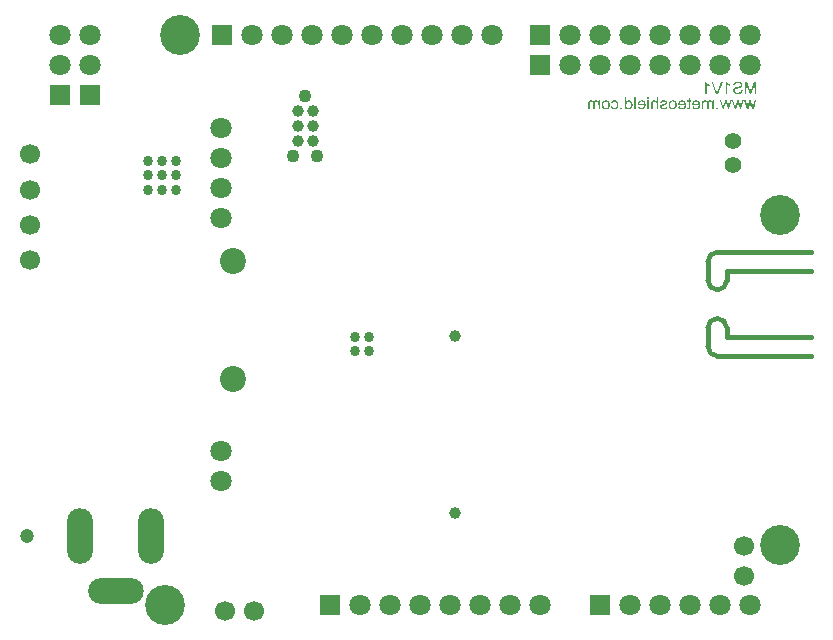
<source format=gbs>
%FSLAX44Y44*%
%MOMM*%
G71*
G01*
G75*
G04 Layer_Color=16711935*
%ADD10C,0.3000*%
%ADD11C,0.2000*%
%ADD12C,0.5000*%
%ADD13C,0.2540*%
%ADD14C,1.5000*%
G04:AMPARAMS|DCode=15|XSize=0.7mm|YSize=0.75mm|CornerRadius=0.175mm|HoleSize=0mm|Usage=FLASHONLY|Rotation=180.000|XOffset=0mm|YOffset=0mm|HoleType=Round|Shape=RoundedRectangle|*
%AMROUNDEDRECTD15*
21,1,0.7000,0.4000,0,0,180.0*
21,1,0.3500,0.7500,0,0,180.0*
1,1,0.3500,-0.1750,0.2000*
1,1,0.3500,0.1750,0.2000*
1,1,0.3500,0.1750,-0.2000*
1,1,0.3500,-0.1750,-0.2000*
%
%ADD15ROUNDEDRECTD15*%
%ADD16R,0.4000X0.6500*%
%ADD17R,0.6300X0.8300*%
%ADD18R,1.1000X0.6000*%
%ADD19O,1.8000X0.4000*%
G04:AMPARAMS|DCode=20|XSize=0.7mm|YSize=0.75mm|CornerRadius=0.175mm|HoleSize=0mm|Usage=FLASHONLY|Rotation=270.000|XOffset=0mm|YOffset=0mm|HoleType=Round|Shape=RoundedRectangle|*
%AMROUNDEDRECTD20*
21,1,0.7000,0.4000,0,0,270.0*
21,1,0.3500,0.7500,0,0,270.0*
1,1,0.3500,-0.2000,-0.1750*
1,1,0.3500,-0.2000,0.1750*
1,1,0.3500,0.2000,0.1750*
1,1,0.3500,0.2000,-0.1750*
%
%ADD20ROUNDEDRECTD20*%
%ADD21O,1.5500X0.3500*%
%ADD22R,1.2000X0.6000*%
G04:AMPARAMS|DCode=23|XSize=1.2mm|YSize=2.2mm|CornerRadius=0.15mm|HoleSize=0mm|Usage=FLASHONLY|Rotation=180.000|XOffset=0mm|YOffset=0mm|HoleType=Round|Shape=RoundedRectangle|*
%AMROUNDEDRECTD23*
21,1,1.2000,1.9000,0,0,180.0*
21,1,0.9000,2.2000,0,0,180.0*
1,1,0.3000,-0.4500,0.9500*
1,1,0.3000,0.4500,0.9500*
1,1,0.3000,0.4500,-0.9500*
1,1,0.3000,-0.4500,-0.9500*
%
%ADD23ROUNDEDRECTD23*%
G04:AMPARAMS|DCode=24|XSize=0.9mm|YSize=1.7mm|CornerRadius=0.1125mm|HoleSize=0mm|Usage=FLASHONLY|Rotation=180.000|XOffset=0mm|YOffset=0mm|HoleType=Round|Shape=RoundedRectangle|*
%AMROUNDEDRECTD24*
21,1,0.9000,1.4750,0,0,180.0*
21,1,0.6750,1.7000,0,0,180.0*
1,1,0.2250,-0.3375,0.7375*
1,1,0.2250,0.3375,0.7375*
1,1,0.2250,0.3375,-0.7375*
1,1,0.2250,-0.3375,-0.7375*
%
%ADD24ROUNDEDRECTD24*%
%ADD25R,0.9000X0.8000*%
G04:AMPARAMS|DCode=26|XSize=1mm|YSize=0.9mm|CornerRadius=0.225mm|HoleSize=0mm|Usage=FLASHONLY|Rotation=180.000|XOffset=0mm|YOffset=0mm|HoleType=Round|Shape=RoundedRectangle|*
%AMROUNDEDRECTD26*
21,1,1.0000,0.4500,0,0,180.0*
21,1,0.5500,0.9000,0,0,180.0*
1,1,0.4500,-0.2750,0.2250*
1,1,0.4500,0.2750,0.2250*
1,1,0.4500,0.2750,-0.2250*
1,1,0.4500,-0.2750,-0.2250*
%
%ADD26ROUNDEDRECTD26*%
%ADD27O,0.9000X0.3000*%
%ADD28O,0.3000X0.9000*%
%ADD29R,3.4000X3.3000*%
G04:AMPARAMS|DCode=30|XSize=1mm|YSize=0.9mm|CornerRadius=0.225mm|HoleSize=0mm|Usage=FLASHONLY|Rotation=270.000|XOffset=0mm|YOffset=0mm|HoleType=Round|Shape=RoundedRectangle|*
%AMROUNDEDRECTD30*
21,1,1.0000,0.4500,0,0,270.0*
21,1,0.5500,0.9000,0,0,270.0*
1,1,0.4500,-0.2250,-0.2750*
1,1,0.4500,-0.2250,0.2750*
1,1,0.4500,0.2250,0.2750*
1,1,0.4500,0.2250,-0.2750*
%
%ADD30ROUNDEDRECTD30*%
%ADD31R,1.9000X1.1750*%
%ADD32R,1.9000X2.3750*%
%ADD33O,1.3800X0.4500*%
%ADD34R,2.1000X1.3750*%
%ADD35C,1.0000*%
%ADD36R,0.8000X0.4000*%
%ADD37R,1.6000X3.0000*%
%ADD38R,5.8000X6.2000*%
%ADD39R,1.7000X1.6000*%
%ADD40O,0.8000X0.3500*%
%ADD41O,0.3500X0.8000*%
%ADD42R,6.4000X6.4000*%
%ADD43R,1.3000X0.7000*%
G04:AMPARAMS|DCode=44|XSize=0.55mm|YSize=0.95mm|CornerRadius=0.0688mm|HoleSize=0mm|Usage=FLASHONLY|Rotation=270.000|XOffset=0mm|YOffset=0mm|HoleType=Round|Shape=RoundedRectangle|*
%AMROUNDEDRECTD44*
21,1,0.5500,0.8125,0,0,270.0*
21,1,0.4125,0.9500,0,0,270.0*
1,1,0.1375,-0.4063,-0.2062*
1,1,0.1375,-0.4063,0.2062*
1,1,0.1375,0.4063,0.2062*
1,1,0.1375,0.4063,-0.2062*
%
%ADD44ROUNDEDRECTD44*%
%ADD45R,0.4500X0.6000*%
G04:AMPARAMS|DCode=46|XSize=0.55mm|YSize=0.3mm|CornerRadius=0.0375mm|HoleSize=0mm|Usage=FLASHONLY|Rotation=180.000|XOffset=0mm|YOffset=0mm|HoleType=Round|Shape=RoundedRectangle|*
%AMROUNDEDRECTD46*
21,1,0.5500,0.2250,0,0,180.0*
21,1,0.4750,0.3000,0,0,180.0*
1,1,0.0750,-0.2375,0.1125*
1,1,0.0750,0.2375,0.1125*
1,1,0.0750,0.2375,-0.1125*
1,1,0.0750,-0.2375,-0.1125*
%
%ADD46ROUNDEDRECTD46*%
%ADD47R,0.6500X1.3500*%
%ADD48O,1.4000X0.6000*%
%ADD49C,0.4000*%
%ADD50C,0.6000*%
%ADD51C,0.6300*%
%ADD52C,0.4500*%
%ADD53C,1.0000*%
%ADD54C,0.8000*%
%ADD55C,0.3500*%
%ADD56C,0.7000*%
%ADD57C,1.6000*%
%ADD58R,1.6000X1.6000*%
%ADD59C,0.8890*%
%ADD60C,0.8000*%
%ADD61R,1.6000X1.6000*%
%ADD62O,4.5000X2.0000*%
%ADD63O,2.0000X4.5000*%
%ADD64C,1.2000*%
%ADD65C,3.1750*%
%ADD66C,2.0000*%
%ADD67C,0.5000*%
%ADD68C,0.6600*%
%ADD69C,0.7874*%
%ADD70C,1.7000*%
G04:AMPARAMS|DCode=71|XSize=0.9mm|YSize=0.95mm|CornerRadius=0.275mm|HoleSize=0mm|Usage=FLASHONLY|Rotation=180.000|XOffset=0mm|YOffset=0mm|HoleType=Round|Shape=RoundedRectangle|*
%AMROUNDEDRECTD71*
21,1,0.9000,0.4000,0,0,180.0*
21,1,0.3500,0.9500,0,0,180.0*
1,1,0.5500,-0.1750,0.2000*
1,1,0.5500,0.1750,0.2000*
1,1,0.5500,0.1750,-0.2000*
1,1,0.5500,-0.1750,-0.2000*
%
%ADD71ROUNDEDRECTD71*%
%ADD72R,0.6000X0.8500*%
%ADD73R,0.8300X1.0300*%
%ADD74R,1.3000X0.8000*%
%ADD75O,2.0000X0.6000*%
G04:AMPARAMS|DCode=76|XSize=0.9mm|YSize=0.95mm|CornerRadius=0.275mm|HoleSize=0mm|Usage=FLASHONLY|Rotation=270.000|XOffset=0mm|YOffset=0mm|HoleType=Round|Shape=RoundedRectangle|*
%AMROUNDEDRECTD76*
21,1,0.9000,0.4000,0,0,270.0*
21,1,0.3500,0.9500,0,0,270.0*
1,1,0.5500,-0.2000,-0.1750*
1,1,0.5500,-0.2000,0.1750*
1,1,0.5500,0.2000,0.1750*
1,1,0.5500,0.2000,-0.1750*
%
%ADD76ROUNDEDRECTD76*%
%ADD77O,1.7500X0.5500*%
%ADD78R,1.4000X0.8000*%
G04:AMPARAMS|DCode=79|XSize=1.4mm|YSize=2.4mm|CornerRadius=0.25mm|HoleSize=0mm|Usage=FLASHONLY|Rotation=180.000|XOffset=0mm|YOffset=0mm|HoleType=Round|Shape=RoundedRectangle|*
%AMROUNDEDRECTD79*
21,1,1.4000,1.9000,0,0,180.0*
21,1,0.9000,2.4000,0,0,180.0*
1,1,0.5000,-0.4500,0.9500*
1,1,0.5000,0.4500,0.9500*
1,1,0.5000,0.4500,-0.9500*
1,1,0.5000,-0.4500,-0.9500*
%
%ADD79ROUNDEDRECTD79*%
G04:AMPARAMS|DCode=80|XSize=1.1mm|YSize=1.9mm|CornerRadius=0.2125mm|HoleSize=0mm|Usage=FLASHONLY|Rotation=180.000|XOffset=0mm|YOffset=0mm|HoleType=Round|Shape=RoundedRectangle|*
%AMROUNDEDRECTD80*
21,1,1.1000,1.4750,0,0,180.0*
21,1,0.6750,1.9000,0,0,180.0*
1,1,0.4250,-0.3375,0.7375*
1,1,0.4250,0.3375,0.7375*
1,1,0.4250,0.3375,-0.7375*
1,1,0.4250,-0.3375,-0.7375*
%
%ADD80ROUNDEDRECTD80*%
%ADD81R,1.1000X1.0000*%
G04:AMPARAMS|DCode=82|XSize=1.2mm|YSize=1.1mm|CornerRadius=0.325mm|HoleSize=0mm|Usage=FLASHONLY|Rotation=180.000|XOffset=0mm|YOffset=0mm|HoleType=Round|Shape=RoundedRectangle|*
%AMROUNDEDRECTD82*
21,1,1.2000,0.4500,0,0,180.0*
21,1,0.5500,1.1000,0,0,180.0*
1,1,0.6500,-0.2750,0.2250*
1,1,0.6500,0.2750,0.2250*
1,1,0.6500,0.2750,-0.2250*
1,1,0.6500,-0.2750,-0.2250*
%
%ADD82ROUNDEDRECTD82*%
%ADD83O,1.1000X0.5000*%
%ADD84O,0.5000X1.1000*%
%ADD85R,3.6000X3.5000*%
G04:AMPARAMS|DCode=86|XSize=1.2mm|YSize=1.1mm|CornerRadius=0.325mm|HoleSize=0mm|Usage=FLASHONLY|Rotation=270.000|XOffset=0mm|YOffset=0mm|HoleType=Round|Shape=RoundedRectangle|*
%AMROUNDEDRECTD86*
21,1,1.2000,0.4500,0,0,270.0*
21,1,0.5500,1.1000,0,0,270.0*
1,1,0.6500,-0.2250,-0.2750*
1,1,0.6500,-0.2250,0.2750*
1,1,0.6500,0.2250,0.2750*
1,1,0.6500,0.2250,-0.2750*
%
%ADD86ROUNDEDRECTD86*%
%ADD87R,2.1000X1.3750*%
%ADD88R,2.1000X2.5750*%
%ADD89O,1.5800X0.6500*%
%ADD90R,2.3000X1.5750*%
%ADD91C,1.9000*%
%ADD92R,1.0000X0.6000*%
%ADD93R,1.8000X3.2000*%
%ADD94R,6.0000X6.4000*%
%ADD95R,1.9000X1.8000*%
%ADD96O,1.0000X0.5500*%
%ADD97O,0.5500X1.0000*%
%ADD98R,0.2000X0.2000*%
%ADD99R,0.2000X0.2000*%
%ADD100R,6.6000X6.6000*%
%ADD101R,1.5000X0.9000*%
G04:AMPARAMS|DCode=102|XSize=0.75mm|YSize=1.15mm|CornerRadius=0.1688mm|HoleSize=0mm|Usage=FLASHONLY|Rotation=270.000|XOffset=0mm|YOffset=0mm|HoleType=Round|Shape=RoundedRectangle|*
%AMROUNDEDRECTD102*
21,1,0.7500,0.8125,0,0,270.0*
21,1,0.4125,1.1500,0,0,270.0*
1,1,0.3375,-0.4063,-0.2062*
1,1,0.3375,-0.4063,0.2062*
1,1,0.3375,0.4063,0.2062*
1,1,0.3375,0.4063,-0.2062*
%
%ADD102ROUNDEDRECTD102*%
%ADD103R,0.6500X0.8000*%
G04:AMPARAMS|DCode=104|XSize=0.75mm|YSize=0.5mm|CornerRadius=0.1375mm|HoleSize=0mm|Usage=FLASHONLY|Rotation=180.000|XOffset=0mm|YOffset=0mm|HoleType=Round|Shape=RoundedRectangle|*
%AMROUNDEDRECTD104*
21,1,0.7500,0.2250,0,0,180.0*
21,1,0.4750,0.5000,0,0,180.0*
1,1,0.2750,-0.2375,0.1125*
1,1,0.2750,0.2375,0.1125*
1,1,0.2750,0.2375,-0.1125*
1,1,0.2750,-0.2375,-0.1125*
%
%ADD104ROUNDEDRECTD104*%
%ADD105R,0.8500X1.5500*%
%ADD106O,1.6000X0.8000*%
%ADD107C,1.8000*%
%ADD108R,1.8000X1.8000*%
%ADD109C,1.0890*%
%ADD110R,1.8000X1.8000*%
%ADD111O,4.7000X2.2000*%
%ADD112O,2.2000X4.7000*%
%ADD113C,1.4000*%
%ADD114C,3.3750*%
%ADD115C,2.2000*%
%ADD116C,0.9874*%
%ADD117C,0.8600*%
G36*
X520187Y452592D02*
X520515Y452545D01*
X520827Y452467D01*
X521077Y452389D01*
X521296Y452295D01*
X521468Y452233D01*
X521530Y452201D01*
X521577Y452170D01*
X521593Y452154D01*
X521608D01*
X521890Y451967D01*
X522140Y451748D01*
X522343Y451530D01*
X522514Y451311D01*
X522639Y451108D01*
X522733Y450952D01*
X522764Y450889D01*
X522796Y450842D01*
X522811Y450811D01*
Y450795D01*
X522936Y450452D01*
X523030Y450077D01*
X523108Y449733D01*
X523155Y449405D01*
X523186Y449108D01*
Y448999D01*
X523202Y448890D01*
Y448811D01*
Y448733D01*
Y448702D01*
Y448687D01*
X523186Y448343D01*
X523155Y448031D01*
X523124Y447718D01*
X523061Y447453D01*
X522983Y447187D01*
X522905Y446953D01*
X522827Y446734D01*
X522733Y446547D01*
X522655Y446375D01*
X522577Y446234D01*
X522499Y446109D01*
X522421Y446000D01*
X522358Y445922D01*
X522327Y445859D01*
X522296Y445828D01*
X522280Y445812D01*
X522093Y445640D01*
X521905Y445484D01*
X521718Y445359D01*
X521515Y445250D01*
X521312Y445156D01*
X521109Y445062D01*
X520718Y444953D01*
X520531Y444906D01*
X520374Y444875D01*
X520218Y444859D01*
X520093Y444844D01*
X519984Y444828D01*
X519843D01*
X519625Y444844D01*
X519406Y444859D01*
X519015Y444938D01*
X518656Y445062D01*
X518359Y445187D01*
X518125Y445312D01*
X518031Y445375D01*
X517938Y445437D01*
X517875Y445484D01*
X517828Y445516D01*
X517812Y445547D01*
X517797D01*
X517516Y445844D01*
X517281Y446156D01*
X517094Y446500D01*
X516953Y446812D01*
X516860Y447109D01*
X516828Y447234D01*
X516797Y447343D01*
X516782Y447421D01*
X516766Y447484D01*
X516750Y447531D01*
Y447546D01*
X517984Y447718D01*
X518047Y447390D01*
X518141Y447093D01*
X518250Y446859D01*
X518359Y446656D01*
X518453Y446500D01*
X518547Y446406D01*
X518609Y446328D01*
X518625Y446312D01*
X518812Y446156D01*
X519015Y446047D01*
X519234Y445969D01*
X519422Y445922D01*
X519593Y445890D01*
X519734Y445859D01*
X519859D01*
X520031Y445875D01*
X520187Y445890D01*
X520468Y445969D01*
X520734Y446078D01*
X520937Y446203D01*
X521109Y446312D01*
X521233Y446422D01*
X521312Y446500D01*
X521343Y446531D01*
X521437Y446671D01*
X521530Y446828D01*
X521671Y447156D01*
X521765Y447531D01*
X521827Y447890D01*
X521874Y448202D01*
X521890Y448343D01*
Y448468D01*
X521905Y448577D01*
Y448655D01*
Y448702D01*
Y448718D01*
Y448983D01*
X521874Y449233D01*
X521858Y449468D01*
X521811Y449686D01*
X521765Y449874D01*
X521718Y450061D01*
X521671Y450217D01*
X521608Y450358D01*
X521562Y450483D01*
X521515Y450592D01*
X521468Y450686D01*
X521421Y450764D01*
X521374Y450811D01*
X521358Y450858D01*
X521327Y450889D01*
X521218Y451014D01*
X521093Y451123D01*
X520827Y451280D01*
X520577Y451405D01*
X520327Y451498D01*
X520109Y451545D01*
X519937Y451561D01*
X519874Y451576D01*
X519781D01*
X519562Y451561D01*
X519343Y451514D01*
X519172Y451451D01*
X519015Y451389D01*
X518890Y451311D01*
X518797Y451248D01*
X518734Y451202D01*
X518718Y451186D01*
X518562Y451030D01*
X518437Y450858D01*
X518328Y450670D01*
X518234Y450483D01*
X518172Y450311D01*
X518125Y450186D01*
X518109Y450092D01*
X518094Y450077D01*
Y450061D01*
X516875Y450249D01*
X516985Y450639D01*
X517125Y450998D01*
X517281Y451295D01*
X517453Y451545D01*
X517609Y451733D01*
X517734Y451873D01*
X517828Y451951D01*
X517844Y451983D01*
X517859D01*
X518156Y452186D01*
X518484Y452342D01*
X518828Y452451D01*
X519140Y452529D01*
X519422Y452576D01*
X519531Y452592D01*
X519640D01*
X519718Y452607D01*
X519843D01*
X520187Y452592D01*
D02*
G37*
G36*
X512907D02*
X513158Y452576D01*
X513610Y452482D01*
X514017Y452342D01*
X514188Y452264D01*
X514345Y452201D01*
X514501Y452123D01*
X514626Y452045D01*
X514735Y451967D01*
X514829Y451904D01*
X514907Y451858D01*
X514954Y451811D01*
X514985Y451795D01*
X515001Y451780D01*
X515204Y451576D01*
X515376Y451358D01*
X515532Y451123D01*
X515657Y450873D01*
X515766Y450624D01*
X515860Y450374D01*
X515938Y450124D01*
X516001Y449874D01*
X516047Y449639D01*
X516079Y449421D01*
X516110Y449233D01*
X516125Y449062D01*
Y448921D01*
X516141Y448811D01*
Y448749D01*
Y448718D01*
X516125Y448374D01*
X516094Y448046D01*
X516047Y447749D01*
X515985Y447468D01*
X515922Y447218D01*
X515844Y446968D01*
X515751Y446765D01*
X515657Y446562D01*
X515579Y446390D01*
X515485Y446250D01*
X515407Y446125D01*
X515329Y446015D01*
X515282Y445937D01*
X515235Y445875D01*
X515204Y445844D01*
X515188Y445828D01*
X515001Y445656D01*
X514798Y445500D01*
X514595Y445359D01*
X514376Y445250D01*
X514173Y445156D01*
X513954Y445078D01*
X513564Y444953D01*
X513376Y444906D01*
X513204Y444875D01*
X513048Y444859D01*
X512923Y444844D01*
X512814Y444828D01*
X512658D01*
X512298Y444844D01*
X511970Y444906D01*
X511674Y444969D01*
X511408Y445062D01*
X511189Y445141D01*
X511017Y445219D01*
X510955Y445234D01*
X510908Y445266D01*
X510892Y445281D01*
X510877D01*
X510580Y445469D01*
X510330Y445672D01*
X510111Y445875D01*
X509939Y446078D01*
X509799Y446265D01*
X509690Y446406D01*
X509627Y446515D01*
X509612Y446531D01*
Y446547D01*
X509471Y446875D01*
X509362Y447249D01*
X509283Y447624D01*
X509221Y447984D01*
X509205Y448155D01*
X509190Y448312D01*
Y448452D01*
X509174Y448577D01*
Y448671D01*
Y448749D01*
Y448796D01*
Y448811D01*
X509190Y449140D01*
X509221Y449436D01*
X509268Y449733D01*
X509330Y449999D01*
X509408Y450249D01*
X509487Y450467D01*
X509580Y450686D01*
X509658Y450873D01*
X509752Y451030D01*
X509846Y451186D01*
X509924Y451311D01*
X510002Y451405D01*
X510065Y451483D01*
X510111Y451545D01*
X510143Y451576D01*
X510158Y451592D01*
X510346Y451764D01*
X510549Y451920D01*
X510752Y452061D01*
X510955Y452186D01*
X511174Y452279D01*
X511377Y452357D01*
X511767Y452482D01*
X511955Y452529D01*
X512127Y452561D01*
X512267Y452576D01*
X512408Y452592D01*
X512517Y452607D01*
X512658D01*
X512907Y452592D01*
D02*
G37*
G36*
X607711Y445000D02*
X606274D01*
Y446437D01*
X607711D01*
Y445000D01*
D02*
G37*
G36*
X597667Y468060D02*
X597839Y467810D01*
X598026Y467576D01*
X598214Y467357D01*
X598386Y467185D01*
X598526Y467045D01*
X598620Y466951D01*
X598636Y466935D01*
X598651Y466920D01*
X598948Y466670D01*
X599260Y466435D01*
X599573Y466232D01*
X599854Y466060D01*
X600104Y465920D01*
X600213Y465873D01*
X600307Y465826D01*
X600369Y465779D01*
X600432Y465748D01*
X600463Y465732D01*
X600479D01*
Y464498D01*
X600260Y464592D01*
X600026Y464701D01*
X599807Y464795D01*
X599604Y464905D01*
X599432Y464998D01*
X599292Y465076D01*
X599198Y465139D01*
X599182Y465154D01*
X599167D01*
X598901Y465311D01*
X598667Y465482D01*
X598464Y465623D01*
X598292Y465764D01*
X598151Y465873D01*
X598042Y465951D01*
X597980Y466014D01*
X597964Y466029D01*
Y458000D01*
X596699D01*
Y468310D01*
X597527D01*
X597667Y468060D01*
D02*
G37*
G36*
X543181Y452592D02*
X543447Y452561D01*
X543697Y452514D01*
X543931Y452451D01*
X544165Y452357D01*
X544368Y452279D01*
X544556Y452186D01*
X544728Y452092D01*
X544884Y451983D01*
X545009Y451889D01*
X545134Y451811D01*
X545227Y451733D01*
X545305Y451655D01*
X545352Y451608D01*
X545384Y451576D01*
X545399Y451561D01*
X545571Y451358D01*
X545712Y451139D01*
X545837Y450905D01*
X545946Y450670D01*
X546040Y450420D01*
X546118Y450186D01*
X546227Y449717D01*
X546274Y449499D01*
X546305Y449296D01*
X546321Y449108D01*
X546337Y448952D01*
X546352Y448827D01*
Y448718D01*
Y448655D01*
Y448640D01*
X546337Y448312D01*
X546305Y447999D01*
X546258Y447702D01*
X546196Y447437D01*
X546133Y447187D01*
X546055Y446953D01*
X545962Y446750D01*
X545868Y446562D01*
X545790Y446390D01*
X545696Y446234D01*
X545618Y446109D01*
X545540Y446015D01*
X545493Y445937D01*
X545446Y445875D01*
X545415Y445844D01*
X545399Y445828D01*
X545212Y445656D01*
X545009Y445500D01*
X544806Y445359D01*
X544587Y445250D01*
X544384Y445156D01*
X544165Y445078D01*
X543759Y444953D01*
X543556Y444906D01*
X543384Y444875D01*
X543228Y444859D01*
X543087Y444844D01*
X542978Y444828D01*
X542822D01*
X542353Y444859D01*
X541947Y444922D01*
X541572Y445031D01*
X541275Y445141D01*
X541135Y445203D01*
X541025Y445250D01*
X540932Y445312D01*
X540854Y445359D01*
X540775Y445391D01*
X540728Y445422D01*
X540713Y445453D01*
X540697D01*
X540416Y445703D01*
X540166Y446000D01*
X539979Y446297D01*
X539823Y446578D01*
X539697Y446843D01*
X539651Y446953D01*
X539619Y447046D01*
X539588Y447124D01*
X539573Y447187D01*
X539557Y447218D01*
Y447234D01*
X540854Y447406D01*
X540979Y447124D01*
X541103Y446875D01*
X541228Y446671D01*
X541353Y446515D01*
X541463Y446375D01*
X541556Y446297D01*
X541619Y446234D01*
X541635Y446218D01*
X541822Y446093D01*
X542025Y446015D01*
X542228Y445953D01*
X542416Y445906D01*
X542572Y445875D01*
X542697Y445859D01*
X542822D01*
X543150Y445890D01*
X543447Y445953D01*
X543712Y446062D01*
X543946Y446187D01*
X544118Y446297D01*
X544259Y446406D01*
X544337Y446468D01*
X544368Y446500D01*
X544571Y446765D01*
X544743Y447078D01*
X544852Y447390D01*
X544946Y447687D01*
X545009Y447968D01*
X545024Y448077D01*
X545040Y448187D01*
Y448265D01*
X545056Y448343D01*
Y448374D01*
Y448390D01*
X539526D01*
X539510Y448530D01*
Y448640D01*
Y448702D01*
Y448718D01*
X539526Y449062D01*
X539557Y449374D01*
X539604Y449671D01*
X539651Y449936D01*
X539729Y450202D01*
X539807Y450436D01*
X539901Y450639D01*
X539979Y450842D01*
X540073Y451014D01*
X540166Y451155D01*
X540244Y451280D01*
X540307Y451389D01*
X540369Y451467D01*
X540416Y451530D01*
X540447Y451561D01*
X540463Y451576D01*
X540650Y451764D01*
X540838Y451920D01*
X541041Y452061D01*
X541244Y452170D01*
X541447Y452279D01*
X541650Y452357D01*
X542025Y452482D01*
X542212Y452529D01*
X542369Y452561D01*
X542525Y452576D01*
X542650Y452592D01*
X542759Y452607D01*
X542900D01*
X543181Y452592D01*
D02*
G37*
G36*
X615194Y468060D02*
X615366Y467810D01*
X615553Y467576D01*
X615741Y467357D01*
X615912Y467185D01*
X616053Y467045D01*
X616147Y466951D01*
X616162Y466935D01*
X616178Y466920D01*
X616475Y466670D01*
X616787Y466435D01*
X617100Y466232D01*
X617381Y466060D01*
X617631Y465920D01*
X617740Y465873D01*
X617834Y465826D01*
X617896Y465779D01*
X617959Y465748D01*
X617990Y465732D01*
X618006D01*
Y464498D01*
X617787Y464592D01*
X617553Y464701D01*
X617334Y464795D01*
X617131Y464905D01*
X616959Y464998D01*
X616818Y465076D01*
X616725Y465139D01*
X616709Y465154D01*
X616693D01*
X616428Y465311D01*
X616194Y465482D01*
X615990Y465623D01*
X615819Y465764D01*
X615678Y465873D01*
X615569Y465951D01*
X615506Y466014D01*
X615491Y466029D01*
Y458000D01*
X614225D01*
Y468310D01*
X615053D01*
X615194Y468060D01*
D02*
G37*
G36*
X569471Y452592D02*
X569721Y452576D01*
X570174Y452482D01*
X570580Y452342D01*
X570752Y452264D01*
X570908Y452201D01*
X571064Y452123D01*
X571189Y452045D01*
X571299Y451967D01*
X571393Y451904D01*
X571471Y451858D01*
X571517Y451811D01*
X571549Y451795D01*
X571564Y451780D01*
X571768Y451576D01*
X571939Y451358D01*
X572095Y451123D01*
X572220Y450873D01*
X572330Y450624D01*
X572424Y450374D01*
X572502Y450124D01*
X572564Y449874D01*
X572611Y449639D01*
X572642Y449421D01*
X572673Y449233D01*
X572689Y449062D01*
Y448921D01*
X572705Y448811D01*
Y448749D01*
Y448718D01*
X572689Y448374D01*
X572658Y448046D01*
X572611Y447749D01*
X572548Y447468D01*
X572486Y447218D01*
X572408Y446968D01*
X572314Y446765D01*
X572220Y446562D01*
X572142Y446390D01*
X572049Y446250D01*
X571970Y446125D01*
X571892Y446015D01*
X571846Y445937D01*
X571799Y445875D01*
X571768Y445844D01*
X571752Y445828D01*
X571564Y445656D01*
X571361Y445500D01*
X571158Y445359D01*
X570939Y445250D01*
X570737Y445156D01*
X570518Y445078D01*
X570127Y444953D01*
X569940Y444906D01*
X569768Y444875D01*
X569612Y444859D01*
X569487Y444844D01*
X569377Y444828D01*
X569221D01*
X568862Y444844D01*
X568534Y444906D01*
X568237Y444969D01*
X567972Y445062D01*
X567753Y445141D01*
X567581Y445219D01*
X567519Y445234D01*
X567472Y445266D01*
X567456Y445281D01*
X567440D01*
X567144Y445469D01*
X566894Y445672D01*
X566675Y445875D01*
X566503Y446078D01*
X566363Y446265D01*
X566253Y446406D01*
X566191Y446515D01*
X566175Y446531D01*
Y446547D01*
X566035Y446875D01*
X565925Y447249D01*
X565847Y447624D01*
X565785Y447984D01*
X565769Y448155D01*
X565753Y448312D01*
Y448452D01*
X565738Y448577D01*
Y448671D01*
Y448749D01*
Y448796D01*
Y448811D01*
X565753Y449140D01*
X565785Y449436D01*
X565831Y449733D01*
X565894Y449999D01*
X565972Y450249D01*
X566050Y450467D01*
X566144Y450686D01*
X566222Y450873D01*
X566316Y451030D01*
X566409Y451186D01*
X566488Y451311D01*
X566566Y451405D01*
X566628Y451483D01*
X566675Y451545D01*
X566706Y451576D01*
X566722Y451592D01*
X566909Y451764D01*
X567112Y451920D01*
X567315Y452061D01*
X567519Y452186D01*
X567737Y452279D01*
X567940Y452357D01*
X568331Y452482D01*
X568518Y452529D01*
X568690Y452561D01*
X568831Y452576D01*
X568971Y452592D01*
X569081Y452607D01*
X569221D01*
X569471Y452592D01*
D02*
G37*
G36*
X562254Y452576D02*
X562426Y452561D01*
X562598Y452529D01*
X562738Y452498D01*
X562832Y452482D01*
X562895Y452451D01*
X562926D01*
X563098Y452389D01*
X563254Y452326D01*
X563395Y452264D01*
X563504Y452201D01*
X563598Y452154D01*
X563660Y452108D01*
X563707Y452092D01*
X563723Y452076D01*
X563863Y451967D01*
X563988Y451842D01*
X564098Y451733D01*
X564176Y451623D01*
X564254Y451530D01*
X564301Y451451D01*
X564332Y451389D01*
X564347Y451373D01*
X564426Y451217D01*
X564473Y451045D01*
X564519Y450889D01*
X564535Y450748D01*
X564551Y450639D01*
X564566Y450530D01*
Y450467D01*
Y450452D01*
X564551Y450249D01*
X564519Y450061D01*
X564488Y449889D01*
X564426Y449749D01*
X564379Y449624D01*
X564347Y449530D01*
X564316Y449468D01*
X564301Y449452D01*
X564191Y449296D01*
X564051Y449155D01*
X563926Y449030D01*
X563785Y448937D01*
X563676Y448858D01*
X563582Y448796D01*
X563504Y448765D01*
X563488Y448749D01*
X563379Y448702D01*
X563254Y448655D01*
X562957Y448546D01*
X562629Y448452D01*
X562317Y448358D01*
X562020Y448265D01*
X561895Y448233D01*
X561770Y448202D01*
X561676Y448171D01*
X561614Y448155D01*
X561567Y448140D01*
X561551D01*
X561364Y448093D01*
X561192Y448046D01*
X561051Y448015D01*
X560911Y447968D01*
X560692Y447890D01*
X560520Y447843D01*
X560395Y447780D01*
X560317Y447749D01*
X560270Y447734D01*
X560255Y447718D01*
X560130Y447624D01*
X560036Y447515D01*
X559974Y447390D01*
X559927Y447296D01*
X559896Y447187D01*
X559880Y447124D01*
Y447062D01*
Y447046D01*
X559896Y446875D01*
X559942Y446718D01*
X560020Y446562D01*
X560083Y446437D01*
X560161Y446343D01*
X560239Y446265D01*
X560286Y446218D01*
X560302Y446203D01*
X560474Y446093D01*
X560677Y446000D01*
X560895Y445937D01*
X561114Y445906D01*
X561301Y445875D01*
X561458Y445859D01*
X561598D01*
X561895Y445875D01*
X562176Y445922D01*
X562395Y445984D01*
X562598Y446062D01*
X562738Y446125D01*
X562848Y446187D01*
X562926Y446234D01*
X562942Y446250D01*
X563098Y446422D01*
X563238Y446609D01*
X563332Y446796D01*
X563410Y446984D01*
X563457Y447156D01*
X563504Y447296D01*
X563520Y447390D01*
Y447406D01*
Y447421D01*
X564769Y447218D01*
X564675Y446796D01*
X564535Y446437D01*
X564379Y446125D01*
X564222Y445875D01*
X564066Y445672D01*
X563941Y445531D01*
X563848Y445453D01*
X563832Y445422D01*
X563816D01*
X563660Y445312D01*
X563504Y445219D01*
X563145Y445078D01*
X562785Y444969D01*
X562426Y444906D01*
X562098Y444859D01*
X561958Y444844D01*
X561833D01*
X561739Y444828D01*
X561598D01*
X561286Y444844D01*
X560989Y444875D01*
X560723Y444922D01*
X560489Y444984D01*
X560302Y445031D01*
X560161Y445078D01*
X560067Y445109D01*
X560036Y445125D01*
X559786Y445250D01*
X559567Y445391D01*
X559380Y445531D01*
X559239Y445672D01*
X559114Y445797D01*
X559021Y445890D01*
X558974Y445953D01*
X558958Y445984D01*
X558833Y446203D01*
X558740Y446406D01*
X558677Y446609D01*
X558630Y446796D01*
X558599Y446937D01*
X558583Y447062D01*
Y447140D01*
Y447171D01*
X558599Y447406D01*
X558630Y447609D01*
X558677Y447796D01*
X558740Y447952D01*
X558802Y448077D01*
X558849Y448171D01*
X558880Y448233D01*
X558896Y448249D01*
X559021Y448405D01*
X559146Y448530D01*
X559286Y448655D01*
X559427Y448749D01*
X559536Y448811D01*
X559630Y448858D01*
X559692Y448890D01*
X559724Y448905D01*
X559833Y448952D01*
X559958Y448999D01*
X560239Y449093D01*
X560552Y449202D01*
X560864Y449296D01*
X561145Y449374D01*
X561270Y449405D01*
X561380Y449436D01*
X561473Y449468D01*
X561536Y449483D01*
X561583Y449499D01*
X561598D01*
X561770Y449546D01*
X561911Y449593D01*
X562160Y449655D01*
X562364Y449717D01*
X562504Y449764D01*
X562614Y449796D01*
X562676Y449811D01*
X562707Y449827D01*
X562723D01*
X562832Y449874D01*
X562942Y449936D01*
X563020Y449983D01*
X563082Y450046D01*
X563176Y450124D01*
X563191Y450139D01*
X563207Y450155D01*
X563285Y450311D01*
X563332Y450452D01*
Y450514D01*
X563348Y450561D01*
Y450592D01*
Y450608D01*
X563332Y450748D01*
X563285Y450873D01*
X563238Y450998D01*
X563160Y451092D01*
X563098Y451170D01*
X563051Y451233D01*
X563004Y451264D01*
X562989Y451280D01*
X562832Y451373D01*
X562629Y451451D01*
X562426Y451498D01*
X562223Y451545D01*
X562036Y451561D01*
X561879Y451576D01*
X561739D01*
X561473Y451561D01*
X561255Y451530D01*
X561051Y451467D01*
X560895Y451420D01*
X560770Y451358D01*
X560677Y451295D01*
X560614Y451264D01*
X560598Y451248D01*
X560458Y451123D01*
X560349Y450967D01*
X560255Y450827D01*
X560192Y450686D01*
X560145Y450561D01*
X560114Y450452D01*
X560099Y450389D01*
Y450358D01*
X558865Y450530D01*
X558927Y450780D01*
X558989Y450998D01*
X559068Y451202D01*
X559130Y451358D01*
X559208Y451483D01*
X559271Y451576D01*
X559302Y451639D01*
X559318Y451655D01*
X559442Y451811D01*
X559599Y451951D01*
X559771Y452061D01*
X559927Y452170D01*
X560067Y452233D01*
X560192Y452295D01*
X560270Y452326D01*
X560286Y452342D01*
X560302D01*
X560552Y452436D01*
X560817Y452498D01*
X561067Y452545D01*
X561317Y452576D01*
X561520Y452592D01*
X561692Y452607D01*
X562051D01*
X562254Y452576D01*
D02*
G37*
G36*
X530075Y451576D02*
X530200Y451733D01*
X530341Y451889D01*
X530497Y452014D01*
X530622Y452108D01*
X530747Y452201D01*
X530840Y452264D01*
X530903Y452295D01*
X530934Y452311D01*
X531137Y452404D01*
X531340Y452482D01*
X531543Y452529D01*
X531715Y452576D01*
X531887Y452592D01*
X532012Y452607D01*
X532121D01*
X532449Y452592D01*
X532762Y452529D01*
X533043Y452451D01*
X533293Y452373D01*
X533496Y452279D01*
X533652Y452201D01*
X533746Y452139D01*
X533762Y452123D01*
X533777D01*
X534043Y451920D01*
X534261Y451701D01*
X534449Y451467D01*
X534605Y451233D01*
X534730Y451030D01*
X534808Y450873D01*
X534839Y450811D01*
X534871Y450764D01*
X534886Y450733D01*
Y450717D01*
X535011Y450374D01*
X535089Y450014D01*
X535152Y449686D01*
X535199Y449374D01*
X535230Y449108D01*
Y448983D01*
X535246Y448890D01*
Y448811D01*
Y448749D01*
Y448718D01*
Y448702D01*
X535230Y448280D01*
X535183Y447906D01*
X535121Y447562D01*
X535042Y447265D01*
X534964Y447015D01*
X534933Y446906D01*
X534902Y446828D01*
X534871Y446765D01*
X534855Y446718D01*
X534839Y446687D01*
Y446671D01*
X534668Y446359D01*
X534496Y446093D01*
X534293Y445859D01*
X534121Y445672D01*
X533949Y445516D01*
X533824Y445406D01*
X533730Y445328D01*
X533715Y445312D01*
X533699D01*
X533418Y445156D01*
X533121Y445031D01*
X532856Y444953D01*
X532590Y444891D01*
X532387Y444859D01*
X532215Y444844D01*
X532153Y444828D01*
X532059D01*
X531809Y444844D01*
X531575Y444875D01*
X531356Y444922D01*
X531153Y445000D01*
X530981Y445078D01*
X530809Y445172D01*
X530653Y445281D01*
X530512Y445375D01*
X530387Y445484D01*
X530278Y445578D01*
X530184Y445672D01*
X530122Y445750D01*
X530059Y445828D01*
X530013Y445875D01*
X529997Y445906D01*
X529981Y445922D01*
Y445000D01*
X528810D01*
Y455263D01*
X530075D01*
Y451576D01*
D02*
G37*
G36*
X549117Y445000D02*
X547852D01*
Y452436D01*
X549117D01*
Y445000D01*
D02*
G37*
G36*
X537995D02*
X536730D01*
Y455263D01*
X537995D01*
Y445000D01*
D02*
G37*
G36*
X526467D02*
X525029D01*
Y446437D01*
X526467D01*
Y445000D01*
D02*
G37*
G36*
X577438Y452592D02*
X577703Y452561D01*
X577953Y452514D01*
X578188Y452451D01*
X578422Y452357D01*
X578625Y452279D01*
X578812Y452186D01*
X578984Y452092D01*
X579141Y451983D01*
X579266Y451889D01*
X579390Y451811D01*
X579484Y451733D01*
X579562Y451655D01*
X579609Y451608D01*
X579640Y451576D01*
X579656Y451561D01*
X579828Y451358D01*
X579968Y451139D01*
X580093Y450905D01*
X580203Y450670D01*
X580297Y450420D01*
X580375Y450186D01*
X580484Y449717D01*
X580531Y449499D01*
X580562Y449296D01*
X580578Y449108D01*
X580593Y448952D01*
X580609Y448827D01*
Y448718D01*
Y448655D01*
Y448640D01*
X580593Y448312D01*
X580562Y447999D01*
X580515Y447702D01*
X580453Y447437D01*
X580390Y447187D01*
X580312Y446953D01*
X580218Y446750D01*
X580125Y446562D01*
X580047Y446390D01*
X579953Y446234D01*
X579875Y446109D01*
X579797Y446015D01*
X579750Y445937D01*
X579703Y445875D01*
X579672Y445844D01*
X579656Y445828D01*
X579469Y445656D01*
X579266Y445500D01*
X579062Y445359D01*
X578844Y445250D01*
X578641Y445156D01*
X578422Y445078D01*
X578016Y444953D01*
X577813Y444906D01*
X577641Y444875D01*
X577485Y444859D01*
X577344Y444844D01*
X577235Y444828D01*
X577079D01*
X576610Y444859D01*
X576204Y444922D01*
X575829Y445031D01*
X575532Y445141D01*
X575392Y445203D01*
X575282Y445250D01*
X575188Y445312D01*
X575110Y445359D01*
X575032Y445391D01*
X574985Y445422D01*
X574970Y445453D01*
X574954D01*
X574673Y445703D01*
X574423Y446000D01*
X574236Y446297D01*
X574079Y446578D01*
X573954Y446843D01*
X573908Y446953D01*
X573876Y447046D01*
X573845Y447124D01*
X573829Y447187D01*
X573814Y447218D01*
Y447234D01*
X575110Y447406D01*
X575235Y447124D01*
X575360Y446875D01*
X575485Y446671D01*
X575610Y446515D01*
X575720Y446375D01*
X575813Y446297D01*
X575876Y446234D01*
X575891Y446218D01*
X576079Y446093D01*
X576282Y446015D01*
X576485Y445953D01*
X576673Y445906D01*
X576829Y445875D01*
X576954Y445859D01*
X577079D01*
X577407Y445890D01*
X577703Y445953D01*
X577969Y446062D01*
X578203Y446187D01*
X578375Y446297D01*
X578516Y446406D01*
X578594Y446468D01*
X578625Y446500D01*
X578828Y446765D01*
X579000Y447078D01*
X579109Y447390D01*
X579203Y447687D01*
X579266Y447968D01*
X579281Y448077D01*
X579297Y448187D01*
Y448265D01*
X579312Y448343D01*
Y448374D01*
Y448390D01*
X573783D01*
X573767Y448530D01*
Y448640D01*
Y448702D01*
Y448718D01*
X573783Y449062D01*
X573814Y449374D01*
X573861Y449671D01*
X573908Y449936D01*
X573986Y450202D01*
X574064Y450436D01*
X574157Y450639D01*
X574236Y450842D01*
X574329Y451014D01*
X574423Y451155D01*
X574501Y451280D01*
X574564Y451389D01*
X574626Y451467D01*
X574673Y451530D01*
X574704Y451561D01*
X574720Y451576D01*
X574907Y451764D01*
X575095Y451920D01*
X575298Y452061D01*
X575501Y452170D01*
X575704Y452279D01*
X575907Y452357D01*
X576282Y452482D01*
X576469Y452529D01*
X576626Y452561D01*
X576782Y452576D01*
X576907Y452592D01*
X577016Y452607D01*
X577157D01*
X577438Y452592D01*
D02*
G37*
G36*
X504581D02*
X504847Y452561D01*
X505066Y452498D01*
X505269Y452436D01*
X505425Y452373D01*
X505550Y452311D01*
X505628Y452279D01*
X505659Y452264D01*
X505863Y452139D01*
X506050Y451983D01*
X506206Y451842D01*
X506331Y451701D01*
X506440Y451576D01*
X506519Y451483D01*
X506565Y451420D01*
X506581Y451389D01*
Y452436D01*
X507706D01*
Y445000D01*
X506440D01*
Y448858D01*
X506425Y449218D01*
X506409Y449530D01*
X506378Y449796D01*
X506331Y450014D01*
X506300Y450186D01*
X506269Y450311D01*
X506253Y450374D01*
X506237Y450405D01*
X506144Y450592D01*
X506050Y450764D01*
X505941Y450905D01*
X505831Y451030D01*
X505737Y451108D01*
X505659Y451186D01*
X505597Y451217D01*
X505581Y451233D01*
X505410Y451326D01*
X505238Y451389D01*
X505066Y451451D01*
X504925Y451483D01*
X504785Y451498D01*
X504691Y451514D01*
X504597D01*
X504347Y451498D01*
X504144Y451451D01*
X503972Y451373D01*
X503832Y451311D01*
X503722Y451233D01*
X503660Y451155D01*
X503613Y451108D01*
X503597Y451092D01*
X503488Y450920D01*
X503410Y450717D01*
X503363Y450514D01*
X503316Y450295D01*
X503301Y450124D01*
X503285Y449967D01*
Y449905D01*
Y449858D01*
Y449842D01*
Y449827D01*
Y445000D01*
X502020D01*
Y449311D01*
X502004Y449717D01*
X501942Y450061D01*
X501864Y450342D01*
X501754Y450577D01*
X501660Y450764D01*
X501582Y450889D01*
X501520Y450952D01*
X501504Y450983D01*
X501301Y451155D01*
X501067Y451295D01*
X500848Y451389D01*
X500645Y451451D01*
X500473Y451483D01*
X500317Y451514D01*
X500192D01*
X500036Y451498D01*
X499895Y451483D01*
X499755Y451451D01*
X499645Y451420D01*
X499567Y451373D01*
X499505Y451342D01*
X499458Y451326D01*
X499442Y451311D01*
X499333Y451233D01*
X499239Y451139D01*
X499161Y451045D01*
X499099Y450967D01*
X499052Y450889D01*
X499021Y450827D01*
X498989Y450780D01*
Y450764D01*
X498942Y450624D01*
X498911Y450452D01*
X498880Y450092D01*
X498864Y449936D01*
Y449796D01*
Y449702D01*
Y449686D01*
Y449671D01*
Y445000D01*
X497599D01*
Y450092D01*
Y450327D01*
X497630Y450546D01*
X497693Y450936D01*
X497786Y451248D01*
X497896Y451514D01*
X498021Y451717D01*
X498114Y451873D01*
X498177Y451951D01*
X498208Y451983D01*
X498458Y452186D01*
X498724Y452342D01*
X499005Y452451D01*
X499286Y452529D01*
X499520Y452576D01*
X499630Y452592D01*
X499723D01*
X499801Y452607D01*
X499911D01*
X500176Y452592D01*
X500411Y452545D01*
X500645Y452482D01*
X500864Y452404D01*
X501270Y452186D01*
X501442Y452076D01*
X501598Y451951D01*
X501739Y451826D01*
X501864Y451717D01*
X501973Y451608D01*
X502067Y451498D01*
X502129Y451420D01*
X502176Y451358D01*
X502207Y451311D01*
X502223Y451295D01*
X502317Y451514D01*
X502426Y451717D01*
X502551Y451873D01*
X502676Y452014D01*
X502785Y452123D01*
X502879Y452201D01*
X502941Y452248D01*
X502973Y452264D01*
X503176Y452373D01*
X503394Y452467D01*
X503629Y452529D01*
X503832Y452561D01*
X504019Y452592D01*
X504175Y452607D01*
X504316D01*
X504581Y452592D01*
D02*
G37*
G36*
X624863Y468419D02*
X625223Y468372D01*
X625535Y468326D01*
X625816Y468263D01*
X626035Y468185D01*
X626129Y468154D01*
X626207Y468138D01*
X626285Y468107D01*
X626332Y468091D01*
X626347Y468075D01*
X626363D01*
X626660Y467935D01*
X626925Y467763D01*
X627144Y467591D01*
X627316Y467435D01*
X627456Y467279D01*
X627566Y467154D01*
X627628Y467076D01*
X627644Y467060D01*
Y467045D01*
X627784Y466795D01*
X627894Y466529D01*
X627972Y466295D01*
X628019Y466060D01*
X628050Y465873D01*
X628081Y465732D01*
Y465670D01*
Y465623D01*
Y465607D01*
Y465592D01*
X628065Y465342D01*
X628019Y465092D01*
X627972Y464873D01*
X627894Y464686D01*
X627831Y464530D01*
X627784Y464420D01*
X627738Y464342D01*
X627722Y464311D01*
X627566Y464108D01*
X627394Y463920D01*
X627222Y463764D01*
X627035Y463624D01*
X626878Y463514D01*
X626753Y463436D01*
X626660Y463374D01*
X626644Y463358D01*
X626628D01*
X626519Y463296D01*
X626379Y463249D01*
X626082Y463139D01*
X625754Y463030D01*
X625426Y462921D01*
X625129Y462842D01*
X625004Y462811D01*
X624894Y462780D01*
X624801Y462749D01*
X624723Y462733D01*
X624676Y462718D01*
X624660D01*
X624410Y462655D01*
X624176Y462593D01*
X623957Y462546D01*
X623770Y462499D01*
X623614Y462452D01*
X623457Y462405D01*
X623332Y462374D01*
X623207Y462343D01*
X623114Y462311D01*
X623036Y462280D01*
X622911Y462249D01*
X622848Y462233D01*
X622832Y462218D01*
X622614Y462124D01*
X622411Y462015D01*
X622254Y461921D01*
X622130Y461827D01*
X622036Y461733D01*
X621958Y461671D01*
X621926Y461624D01*
X621911Y461608D01*
X621817Y461468D01*
X621755Y461327D01*
X621692Y461187D01*
X621661Y461046D01*
X621645Y460937D01*
X621630Y460843D01*
Y460780D01*
Y460765D01*
X621645Y460593D01*
X621677Y460437D01*
X621723Y460281D01*
X621770Y460156D01*
X621833Y460046D01*
X621880Y459968D01*
X621911Y459906D01*
X621926Y459890D01*
X622052Y459750D01*
X622192Y459625D01*
X622333Y459515D01*
X622489Y459422D01*
X622614Y459343D01*
X622723Y459296D01*
X622786Y459265D01*
X622817Y459250D01*
X623051Y459172D01*
X623285Y459125D01*
X623504Y459078D01*
X623723Y459062D01*
X623895Y459047D01*
X624051Y459031D01*
X624176D01*
X624488Y459047D01*
X624785Y459078D01*
X625066Y459125D01*
X625285Y459187D01*
X625488Y459234D01*
X625629Y459281D01*
X625722Y459312D01*
X625738Y459328D01*
X625754D01*
X625988Y459453D01*
X626207Y459578D01*
X626379Y459718D01*
X626519Y459843D01*
X626644Y459953D01*
X626722Y460046D01*
X626769Y460109D01*
X626785Y460125D01*
X626894Y460327D01*
X626988Y460531D01*
X627050Y460749D01*
X627113Y460952D01*
X627144Y461140D01*
X627175Y461280D01*
X627191Y461374D01*
Y461390D01*
Y461405D01*
X628472Y461296D01*
X628440Y460921D01*
X628378Y460578D01*
X628284Y460249D01*
X628190Y459984D01*
X628097Y459750D01*
X628050Y459656D01*
X628003Y459578D01*
X627972Y459515D01*
X627941Y459468D01*
X627925Y459453D01*
Y459437D01*
X627706Y459156D01*
X627456Y458906D01*
X627222Y458703D01*
X626972Y458531D01*
X626769Y458391D01*
X626597Y458297D01*
X626535Y458266D01*
X626488Y458234D01*
X626457Y458219D01*
X626441D01*
X626066Y458094D01*
X625676Y458000D01*
X625285Y457922D01*
X624926Y457875D01*
X624754Y457859D01*
X624598Y457844D01*
X624457D01*
X624348Y457828D01*
X624113D01*
X623707Y457844D01*
X623348Y457891D01*
X623004Y457953D01*
X622723Y458031D01*
X622473Y458094D01*
X622379Y458125D01*
X622301Y458156D01*
X622239Y458187D01*
X622192Y458203D01*
X622161Y458219D01*
X622145D01*
X621833Y458391D01*
X621552Y458562D01*
X621317Y458750D01*
X621130Y458937D01*
X620974Y459094D01*
X620880Y459218D01*
X620802Y459312D01*
X620786Y459343D01*
X620630Y459609D01*
X620521Y459890D01*
X620427Y460156D01*
X620380Y460390D01*
X620349Y460593D01*
X620317Y460749D01*
Y460812D01*
Y460859D01*
Y460874D01*
Y460890D01*
X620333Y461187D01*
X620380Y461468D01*
X620458Y461718D01*
X620536Y461921D01*
X620614Y462108D01*
X620692Y462233D01*
X620739Y462311D01*
X620755Y462343D01*
X620927Y462561D01*
X621130Y462764D01*
X621348Y462952D01*
X621567Y463108D01*
X621770Y463217D01*
X621926Y463311D01*
X621989Y463342D01*
X622020Y463374D01*
X622052Y463389D01*
X622067D01*
X622192Y463436D01*
X622348Y463499D01*
X622505Y463561D01*
X622692Y463608D01*
X623067Y463717D01*
X623442Y463827D01*
X623785Y463905D01*
X623942Y463952D01*
X624082Y463983D01*
X624192Y464014D01*
X624270Y464030D01*
X624332Y464045D01*
X624348D01*
X624645Y464123D01*
X624910Y464186D01*
X625144Y464248D01*
X625363Y464327D01*
X625551Y464389D01*
X625707Y464436D01*
X625847Y464498D01*
X625972Y464561D01*
X626082Y464608D01*
X626175Y464639D01*
X626238Y464686D01*
X626285Y464717D01*
X626363Y464764D01*
X626379Y464780D01*
X626503Y464920D01*
X626597Y465061D01*
X626675Y465217D01*
X626722Y465358D01*
X626753Y465482D01*
X626769Y465592D01*
Y465654D01*
Y465686D01*
X626738Y465920D01*
X626675Y466123D01*
X626597Y466310D01*
X626488Y466467D01*
X626394Y466607D01*
X626300Y466701D01*
X626238Y466763D01*
X626222Y466779D01*
X626113Y466857D01*
X625988Y466935D01*
X625707Y467045D01*
X625410Y467123D01*
X625113Y467169D01*
X624848Y467216D01*
X624723D01*
X624629Y467232D01*
X624426D01*
X624004Y467216D01*
X623645Y467154D01*
X623332Y467076D01*
X623082Y466982D01*
X622895Y466888D01*
X622754Y466810D01*
X622676Y466748D01*
X622645Y466732D01*
X622442Y466529D01*
X622270Y466295D01*
X622145Y466060D01*
X622052Y465826D01*
X621989Y465607D01*
X621958Y465436D01*
X621942Y465373D01*
X621926Y465326D01*
Y465295D01*
Y465279D01*
X620630Y465373D01*
X620661Y465701D01*
X620724Y465998D01*
X620817Y466279D01*
X620911Y466513D01*
X620989Y466701D01*
X621067Y466857D01*
X621130Y466951D01*
X621145Y466982D01*
X621333Y467232D01*
X621552Y467451D01*
X621770Y467638D01*
X621989Y467794D01*
X622192Y467904D01*
X622348Y467997D01*
X622411Y468029D01*
X622458Y468044D01*
X622473Y468060D01*
X622489D01*
X622817Y468185D01*
X623161Y468279D01*
X623504Y468341D01*
X623817Y468388D01*
X624082Y468419D01*
X624192D01*
X624301Y468435D01*
X624488D01*
X624863Y468419D01*
D02*
G37*
G36*
X607571Y458000D02*
X606180D01*
X602166Y468263D01*
X603541D01*
X606321Y460812D01*
X606431Y460499D01*
X606540Y460187D01*
X606633Y459906D01*
X606712Y459656D01*
X606774Y459437D01*
X606821Y459265D01*
X606837Y459203D01*
X606852Y459156D01*
X606868Y459140D01*
Y459125D01*
X607040Y459718D01*
X607133Y460000D01*
X607227Y460265D01*
X607305Y460484D01*
X607352Y460656D01*
X607383Y460718D01*
X607399Y460765D01*
X607415Y460796D01*
Y460812D01*
X610070Y468263D01*
X611554D01*
X607571Y458000D01*
D02*
G37*
G36*
X549117Y453826D02*
X547852D01*
Y455263D01*
X549117D01*
Y453826D01*
D02*
G37*
G36*
X557099Y445000D02*
X555834D01*
Y449062D01*
X555818Y449374D01*
X555803Y449639D01*
X555772Y449874D01*
X555725Y450077D01*
X555694Y450233D01*
X555662Y450342D01*
X555647Y450420D01*
X555631Y450436D01*
X555537Y450608D01*
X555443Y450780D01*
X555318Y450905D01*
X555209Y451030D01*
X555100Y451108D01*
X555022Y451186D01*
X554959Y451217D01*
X554944Y451233D01*
X554756Y451326D01*
X554569Y451405D01*
X554381Y451451D01*
X554225Y451498D01*
X554085Y451514D01*
X553975Y451530D01*
X553881D01*
X553616Y451514D01*
X553397Y451467D01*
X553194Y451389D01*
X553038Y451311D01*
X552913Y451233D01*
X552819Y451155D01*
X552757Y451108D01*
X552741Y451092D01*
X552601Y450905D01*
X552491Y450686D01*
X552429Y450467D01*
X552366Y450249D01*
X552335Y450030D01*
X552319Y449874D01*
Y449811D01*
Y449764D01*
Y449733D01*
Y449717D01*
Y445000D01*
X551054D01*
Y449702D01*
X551070Y450092D01*
X551101Y450420D01*
X551132Y450717D01*
X551179Y450952D01*
X551241Y451139D01*
X551273Y451264D01*
X551304Y451342D01*
X551320Y451373D01*
X551429Y451576D01*
X551570Y451764D01*
X551710Y451920D01*
X551851Y452045D01*
X551991Y452139D01*
X552101Y452217D01*
X552163Y452264D01*
X552194Y452279D01*
X552429Y452389D01*
X552679Y452467D01*
X552913Y452529D01*
X553132Y452561D01*
X553319Y452592D01*
X553475Y452607D01*
X553616D01*
X553866Y452592D01*
X554100Y452561D01*
X554319Y452514D01*
X554522Y452451D01*
X554912Y452279D01*
X555069Y452201D01*
X555225Y452108D01*
X555365Y451998D01*
X555490Y451920D01*
X555584Y451826D01*
X555678Y451748D01*
X555740Y451686D01*
X555787Y451639D01*
X555818Y451608D01*
X555834Y451592D01*
Y455263D01*
X557099D01*
Y445000D01*
D02*
G37*
G36*
X600963Y452592D02*
X601229Y452561D01*
X601447Y452498D01*
X601650Y452436D01*
X601807Y452373D01*
X601932Y452311D01*
X602010Y452279D01*
X602041Y452264D01*
X602244Y452139D01*
X602431Y451983D01*
X602588Y451842D01*
X602713Y451701D01*
X602822Y451576D01*
X602900Y451483D01*
X602947Y451420D01*
X602963Y451389D01*
Y452436D01*
X604087D01*
Y445000D01*
X602822D01*
Y448858D01*
X602806Y449218D01*
X602791Y449530D01*
X602760Y449796D01*
X602713Y450014D01*
X602681Y450186D01*
X602650Y450311D01*
X602635Y450374D01*
X602619Y450405D01*
X602525Y450592D01*
X602431Y450764D01*
X602322Y450905D01*
X602213Y451030D01*
X602119Y451108D01*
X602041Y451186D01*
X601978Y451217D01*
X601963Y451233D01*
X601791Y451326D01*
X601619Y451389D01*
X601447Y451451D01*
X601307Y451483D01*
X601166Y451498D01*
X601073Y451514D01*
X600979D01*
X600729Y451498D01*
X600526Y451451D01*
X600354Y451373D01*
X600213Y451311D01*
X600104Y451233D01*
X600042Y451155D01*
X599995Y451108D01*
X599979Y451092D01*
X599870Y450920D01*
X599791Y450717D01*
X599745Y450514D01*
X599698Y450295D01*
X599682Y450124D01*
X599667Y449967D01*
Y449905D01*
Y449858D01*
Y449842D01*
Y449827D01*
Y445000D01*
X598401D01*
Y449311D01*
X598386Y449717D01*
X598323Y450061D01*
X598245Y450342D01*
X598136Y450577D01*
X598042Y450764D01*
X597964Y450889D01*
X597901Y450952D01*
X597886Y450983D01*
X597683Y451155D01*
X597448Y451295D01*
X597230Y451389D01*
X597027Y451451D01*
X596855Y451483D01*
X596699Y451514D01*
X596574D01*
X596417Y451498D01*
X596277Y451483D01*
X596136Y451451D01*
X596027Y451420D01*
X595949Y451373D01*
X595886Y451342D01*
X595839Y451326D01*
X595824Y451311D01*
X595714Y451233D01*
X595621Y451139D01*
X595543Y451045D01*
X595480Y450967D01*
X595433Y450889D01*
X595402Y450827D01*
X595371Y450780D01*
Y450764D01*
X595324Y450624D01*
X595293Y450452D01*
X595261Y450092D01*
X595246Y449936D01*
Y449796D01*
Y449702D01*
Y449686D01*
Y449671D01*
Y445000D01*
X593980D01*
Y450092D01*
Y450327D01*
X594012Y450546D01*
X594074Y450936D01*
X594168Y451248D01*
X594277Y451514D01*
X594402Y451717D01*
X594496Y451873D01*
X594558Y451951D01*
X594590Y451983D01*
X594840Y452186D01*
X595105Y452342D01*
X595386Y452451D01*
X595668Y452529D01*
X595902Y452576D01*
X596011Y452592D01*
X596105D01*
X596183Y452607D01*
X596292D01*
X596558Y452592D01*
X596792Y452545D01*
X597027Y452482D01*
X597245Y452404D01*
X597651Y452186D01*
X597823Y452076D01*
X597980Y451951D01*
X598120Y451826D01*
X598245Y451717D01*
X598354Y451608D01*
X598448Y451498D01*
X598511Y451420D01*
X598558Y451358D01*
X598589Y451311D01*
X598604Y451295D01*
X598698Y451514D01*
X598807Y451717D01*
X598932Y451873D01*
X599057Y452014D01*
X599167Y452123D01*
X599260Y452201D01*
X599323Y452248D01*
X599354Y452264D01*
X599557Y452373D01*
X599776Y452467D01*
X600010Y452529D01*
X600213Y452561D01*
X600401Y452592D01*
X600557Y452607D01*
X600698D01*
X600963Y452592D01*
D02*
G37*
G36*
X617084Y445000D02*
X615741D01*
X614225Y450717D01*
X613928Y449436D01*
X612757Y445000D01*
X611460D01*
X609117Y452436D01*
X610336D01*
X611632Y448124D01*
X612054Y446687D01*
X612413Y448109D01*
X613538Y452436D01*
X614819D01*
X616006Y448077D01*
X616069Y447827D01*
X616131Y447609D01*
X616178Y447406D01*
X616225Y447234D01*
X616256Y447093D01*
X616287Y446968D01*
X616319Y446859D01*
X616334Y446781D01*
X616350Y446703D01*
X616365Y446656D01*
X616381Y446593D01*
X616397Y446562D01*
Y446547D01*
X616818Y448140D01*
X617990Y452436D01*
X619318D01*
X617084Y445000D01*
D02*
G37*
G36*
X583968Y454263D02*
Y452436D01*
X584905D01*
Y451451D01*
X583968D01*
Y447171D01*
Y446968D01*
Y446781D01*
X583952Y446609D01*
Y446453D01*
X583936Y446312D01*
X583921Y446203D01*
X583889Y446000D01*
X583874Y445844D01*
X583843Y445750D01*
X583827Y445687D01*
Y445672D01*
X583764Y445547D01*
X583671Y445437D01*
X583593Y445344D01*
X583499Y445266D01*
X583421Y445203D01*
X583358Y445156D01*
X583311Y445125D01*
X583296Y445109D01*
X583139Y445047D01*
X582968Y445000D01*
X582780Y444953D01*
X582608Y444938D01*
X582452Y444922D01*
X582327Y444906D01*
X582218D01*
X581890Y444922D01*
X581734Y444938D01*
X581593Y444969D01*
X581452Y444984D01*
X581359Y445000D01*
X581296Y445016D01*
X581265D01*
X581437Y446125D01*
X581671Y446093D01*
X581765D01*
X581843Y446078D01*
X581999D01*
X582187Y446093D01*
X582327Y446125D01*
X582405Y446140D01*
X582437Y446156D01*
X582530Y446234D01*
X582593Y446312D01*
X582624Y446375D01*
X582640Y446406D01*
X582655Y446484D01*
X582671Y446578D01*
X582687Y446812D01*
X582702Y446921D01*
Y447015D01*
Y447078D01*
Y447093D01*
Y451451D01*
X581437D01*
Y452436D01*
X582702D01*
Y455029D01*
X583968Y454263D01*
D02*
G37*
G36*
X589388Y452592D02*
X589654Y452561D01*
X589903Y452514D01*
X590138Y452451D01*
X590372Y452357D01*
X590575Y452279D01*
X590763Y452186D01*
X590934Y452092D01*
X591091Y451983D01*
X591216Y451889D01*
X591341Y451811D01*
X591434Y451733D01*
X591512Y451655D01*
X591559Y451608D01*
X591590Y451576D01*
X591606Y451561D01*
X591778Y451358D01*
X591919Y451139D01*
X592043Y450905D01*
X592153Y450670D01*
X592247Y450420D01*
X592325Y450186D01*
X592434Y449717D01*
X592481Y449499D01*
X592512Y449296D01*
X592528Y449108D01*
X592543Y448952D01*
X592559Y448827D01*
Y448718D01*
Y448655D01*
Y448640D01*
X592543Y448312D01*
X592512Y447999D01*
X592465Y447702D01*
X592403Y447437D01*
X592340Y447187D01*
X592262Y446953D01*
X592169Y446750D01*
X592075Y446562D01*
X591997Y446390D01*
X591903Y446234D01*
X591825Y446109D01*
X591747Y446015D01*
X591700Y445937D01*
X591653Y445875D01*
X591622Y445844D01*
X591606Y445828D01*
X591419Y445656D01*
X591216Y445500D01*
X591012Y445359D01*
X590794Y445250D01*
X590591Y445156D01*
X590372Y445078D01*
X589966Y444953D01*
X589763Y444906D01*
X589591Y444875D01*
X589435Y444859D01*
X589294Y444844D01*
X589185Y444828D01*
X589029D01*
X588560Y444859D01*
X588154Y444922D01*
X587779Y445031D01*
X587482Y445141D01*
X587342Y445203D01*
X587232Y445250D01*
X587138Y445312D01*
X587060Y445359D01*
X586982Y445391D01*
X586936Y445422D01*
X586920Y445453D01*
X586904D01*
X586623Y445703D01*
X586373Y446000D01*
X586186Y446297D01*
X586029Y446578D01*
X585905Y446843D01*
X585858Y446953D01*
X585826Y447046D01*
X585795Y447124D01*
X585779Y447187D01*
X585764Y447218D01*
Y447234D01*
X587060Y447406D01*
X587185Y447124D01*
X587310Y446875D01*
X587435Y446671D01*
X587560Y446515D01*
X587670Y446375D01*
X587763Y446297D01*
X587826Y446234D01*
X587841Y446218D01*
X588029Y446093D01*
X588232Y446015D01*
X588435Y445953D01*
X588623Y445906D01*
X588779Y445875D01*
X588904Y445859D01*
X589029D01*
X589357Y445890D01*
X589654Y445953D01*
X589919Y446062D01*
X590153Y446187D01*
X590325Y446297D01*
X590466Y446406D01*
X590544Y446468D01*
X590575Y446500D01*
X590778Y446765D01*
X590950Y447078D01*
X591059Y447390D01*
X591153Y447687D01*
X591216Y447968D01*
X591231Y448077D01*
X591247Y448187D01*
Y448265D01*
X591263Y448343D01*
Y448374D01*
Y448390D01*
X585733D01*
X585717Y448530D01*
Y448640D01*
Y448702D01*
Y448718D01*
X585733Y449062D01*
X585764Y449374D01*
X585811Y449671D01*
X585858Y449936D01*
X585936Y450202D01*
X586014Y450436D01*
X586107Y450639D01*
X586186Y450842D01*
X586279Y451014D01*
X586373Y451155D01*
X586451Y451280D01*
X586514Y451389D01*
X586576Y451467D01*
X586623Y451530D01*
X586654Y451561D01*
X586670Y451576D01*
X586857Y451764D01*
X587045Y451920D01*
X587248Y452061D01*
X587451Y452170D01*
X587654Y452279D01*
X587857Y452357D01*
X588232Y452482D01*
X588419Y452529D01*
X588576Y452561D01*
X588732Y452576D01*
X588857Y452592D01*
X588966Y452607D01*
X589107D01*
X589388Y452592D01*
D02*
G37*
G36*
X640000Y458000D02*
X638688D01*
Y466732D01*
X635736Y458000D01*
X634517D01*
X631518Y466591D01*
Y458000D01*
X630206D01*
Y468263D01*
X632049D01*
X634501Y461124D01*
X634626Y460734D01*
X634751Y460406D01*
X634845Y460125D01*
X634907Y459890D01*
X634970Y459718D01*
X635017Y459593D01*
X635033Y459515D01*
X635048Y459484D01*
X635111Y459687D01*
X635189Y459937D01*
X635267Y460187D01*
X635345Y460437D01*
X635423Y460656D01*
X635485Y460827D01*
X635501Y460905D01*
X635517Y460952D01*
X635532Y460984D01*
Y460999D01*
X637969Y468263D01*
X640000D01*
Y458000D01*
D02*
G37*
G36*
X637766Y445000D02*
X636423D01*
X634907Y450717D01*
X634611Y449436D01*
X633439Y445000D01*
X632143D01*
X629799Y452436D01*
X631018D01*
X632314Y448124D01*
X632736Y446687D01*
X633096Y448109D01*
X634220Y452436D01*
X635501D01*
X636688Y448077D01*
X636751Y447827D01*
X636813Y447609D01*
X636860Y447406D01*
X636907Y447234D01*
X636938Y447093D01*
X636969Y446968D01*
X637001Y446859D01*
X637016Y446781D01*
X637032Y446703D01*
X637048Y446656D01*
X637063Y446593D01*
X637079Y446562D01*
Y446547D01*
X637501Y448140D01*
X638672Y452436D01*
X640000D01*
X637766Y445000D01*
D02*
G37*
G36*
X627425D02*
X626082D01*
X624566Y450717D01*
X624270Y449436D01*
X623098Y445000D01*
X621801D01*
X619458Y452436D01*
X620677D01*
X621973Y448124D01*
X622395Y446687D01*
X622754Y448109D01*
X623879Y452436D01*
X625160D01*
X626347Y448077D01*
X626410Y447827D01*
X626472Y447609D01*
X626519Y447406D01*
X626566Y447234D01*
X626597Y447093D01*
X626628Y446968D01*
X626660Y446859D01*
X626675Y446781D01*
X626691Y446703D01*
X626707Y446656D01*
X626722Y446593D01*
X626738Y446562D01*
Y446547D01*
X627160Y448140D01*
X628331Y452436D01*
X629659D01*
X627425Y445000D01*
D02*
G37*
%LPC*%
G36*
X542962Y451576D02*
X542884D01*
X542712Y451561D01*
X542541Y451545D01*
X542244Y451467D01*
X541978Y451342D01*
X541744Y451202D01*
X541572Y451061D01*
X541432Y450952D01*
X541353Y450858D01*
X541322Y450842D01*
Y450827D01*
X541181Y450639D01*
X541088Y450405D01*
X540994Y450171D01*
X540932Y449952D01*
X540885Y449749D01*
X540854Y449577D01*
Y449515D01*
X540838Y449468D01*
Y449436D01*
Y449421D01*
X544993D01*
X544946Y449764D01*
X544868Y450077D01*
X544759Y450342D01*
X544649Y450561D01*
X544540Y450748D01*
X544446Y450873D01*
X544384Y450952D01*
X544353Y450983D01*
X544118Y451186D01*
X543868Y451326D01*
X543634Y451436D01*
X543400Y451498D01*
X543197Y451545D01*
X543025Y451561D01*
X542962Y451576D01*
D02*
G37*
G36*
X577219D02*
X577141D01*
X576969Y451561D01*
X576797Y451545D01*
X576501Y451467D01*
X576235Y451342D01*
X576001Y451202D01*
X575829Y451061D01*
X575688Y450952D01*
X575610Y450858D01*
X575579Y450842D01*
Y450827D01*
X575438Y450639D01*
X575345Y450405D01*
X575251Y450171D01*
X575188Y449952D01*
X575142Y449749D01*
X575110Y449577D01*
Y449515D01*
X575095Y449468D01*
Y449436D01*
Y449421D01*
X579250D01*
X579203Y449764D01*
X579125Y450077D01*
X579016Y450342D01*
X578906Y450561D01*
X578797Y450748D01*
X578703Y450873D01*
X578641Y450952D01*
X578610Y450983D01*
X578375Y451186D01*
X578125Y451326D01*
X577891Y451436D01*
X577657Y451498D01*
X577453Y451545D01*
X577282Y451561D01*
X577219Y451576D01*
D02*
G37*
G36*
X589169D02*
X589091D01*
X588919Y451561D01*
X588747Y451545D01*
X588451Y451467D01*
X588185Y451342D01*
X587951Y451202D01*
X587779Y451061D01*
X587638Y450952D01*
X587560Y450858D01*
X587529Y450842D01*
Y450827D01*
X587388Y450639D01*
X587295Y450405D01*
X587201Y450171D01*
X587138Y449952D01*
X587092Y449749D01*
X587060Y449577D01*
Y449515D01*
X587045Y449468D01*
Y449436D01*
Y449421D01*
X591200D01*
X591153Y449764D01*
X591075Y450077D01*
X590966Y450342D01*
X590856Y450561D01*
X590747Y450748D01*
X590653Y450873D01*
X590591Y450952D01*
X590560Y450983D01*
X590325Y451186D01*
X590075Y451326D01*
X589841Y451436D01*
X589607Y451498D01*
X589404Y451545D01*
X589232Y451561D01*
X589169Y451576D01*
D02*
G37*
G36*
X512751Y451561D02*
X512486D01*
X512330Y451530D01*
X512033Y451451D01*
X511767Y451326D01*
X511533Y451202D01*
X511361Y451077D01*
X511221Y450952D01*
X511142Y450873D01*
X511111Y450858D01*
Y450842D01*
X510892Y450546D01*
X510736Y450217D01*
X510627Y449858D01*
X510549Y449530D01*
X510502Y449218D01*
X510486Y449093D01*
Y448983D01*
X510471Y448874D01*
Y448811D01*
Y448765D01*
Y448749D01*
Y448484D01*
X510502Y448233D01*
X510533Y447999D01*
X510564Y447796D01*
X510611Y447593D01*
X510674Y447406D01*
X510721Y447249D01*
X510783Y447109D01*
X510846Y446984D01*
X510892Y446875D01*
X510955Y446781D01*
X511002Y446703D01*
X511033Y446640D01*
X511064Y446593D01*
X511096Y446578D01*
Y446562D01*
X511221Y446437D01*
X511345Y446328D01*
X511595Y446156D01*
X511861Y446031D01*
X512111Y445953D01*
X512330Y445890D01*
X512501Y445875D01*
X512564Y445859D01*
X512658D01*
X512829Y445875D01*
X513001Y445890D01*
X513298Y445969D01*
X513579Y446078D01*
X513798Y446218D01*
X513985Y446343D01*
X514126Y446453D01*
X514204Y446531D01*
X514235Y446562D01*
X514345Y446703D01*
X514438Y446859D01*
X514595Y447203D01*
X514688Y447562D01*
X514766Y447906D01*
X514813Y448218D01*
X514829Y448358D01*
Y448468D01*
X514845Y448562D01*
Y448640D01*
Y448687D01*
Y448702D01*
Y448968D01*
X514813Y449202D01*
X514782Y449436D01*
X514751Y449639D01*
X514704Y449842D01*
X514657Y450014D01*
X514595Y450171D01*
X514532Y450311D01*
X514485Y450436D01*
X514423Y450546D01*
X514376Y450639D01*
X514329Y450717D01*
X514298Y450764D01*
X514267Y450811D01*
X514235Y450842D01*
X514110Y450967D01*
X513985Y451077D01*
X513720Y451264D01*
X513454Y451389D01*
X513204Y451467D01*
X512986Y451530D01*
X512814Y451545D01*
X512751Y451561D01*
D02*
G37*
G36*
X532075D02*
X531840D01*
X531684Y451530D01*
X531403Y451451D01*
X531153Y451326D01*
X530950Y451202D01*
X530778Y451077D01*
X530653Y450952D01*
X530575Y450873D01*
X530544Y450858D01*
Y450842D01*
X530434Y450702D01*
X530341Y450546D01*
X530200Y450186D01*
X530091Y449811D01*
X530028Y449452D01*
X529981Y449108D01*
X529966Y448968D01*
Y448843D01*
X529950Y448733D01*
Y448655D01*
Y448608D01*
Y448593D01*
Y448343D01*
X529981Y448109D01*
X529997Y447890D01*
X530044Y447687D01*
X530091Y447499D01*
X530137Y447327D01*
X530184Y447171D01*
X530231Y447046D01*
X530294Y446921D01*
X530341Y446812D01*
X530387Y446734D01*
X530434Y446656D01*
X530481Y446609D01*
X530497Y446562D01*
X530528Y446547D01*
Y446531D01*
X530637Y446406D01*
X530747Y446312D01*
X530997Y446140D01*
X531231Y446031D01*
X531450Y445937D01*
X531637Y445890D01*
X531793Y445875D01*
X531856Y445859D01*
X531934D01*
X532090Y445875D01*
X532231Y445890D01*
X532512Y445969D01*
X532746Y446078D01*
X532949Y446218D01*
X533121Y446343D01*
X533246Y446453D01*
X533324Y446531D01*
X533355Y446562D01*
X533465Y446703D01*
X533559Y446859D01*
X533699Y447187D01*
X533808Y447546D01*
X533871Y447890D01*
X533918Y448218D01*
X533933Y448343D01*
Y448468D01*
X533949Y448562D01*
Y448640D01*
Y448687D01*
Y448702D01*
Y448968D01*
X533918Y449218D01*
X533902Y449452D01*
X533855Y449671D01*
X533824Y449858D01*
X533777Y450046D01*
X533715Y450202D01*
X533668Y450342D01*
X533621Y450467D01*
X533559Y450577D01*
X533512Y450670D01*
X533480Y450748D01*
X533433Y450795D01*
X533418Y450842D01*
X533387Y450873D01*
X533277Y450998D01*
X533168Y451108D01*
X532934Y451264D01*
X532699Y451389D01*
X532481Y451483D01*
X532293Y451530D01*
X532137Y451545D01*
X532075Y451561D01*
D02*
G37*
G36*
X569315D02*
X569049D01*
X568893Y451530D01*
X568596Y451451D01*
X568331Y451326D01*
X568097Y451202D01*
X567925Y451077D01*
X567784Y450952D01*
X567706Y450873D01*
X567675Y450858D01*
Y450842D01*
X567456Y450546D01*
X567300Y450217D01*
X567191Y449858D01*
X567112Y449530D01*
X567066Y449218D01*
X567050Y449093D01*
Y448983D01*
X567034Y448874D01*
Y448811D01*
Y448765D01*
Y448749D01*
Y448484D01*
X567066Y448233D01*
X567097Y447999D01*
X567128Y447796D01*
X567175Y447593D01*
X567237Y447406D01*
X567284Y447249D01*
X567347Y447109D01*
X567409Y446984D01*
X567456Y446875D01*
X567519Y446781D01*
X567565Y446703D01*
X567597Y446640D01*
X567628Y446593D01*
X567659Y446578D01*
Y446562D01*
X567784Y446437D01*
X567909Y446328D01*
X568159Y446156D01*
X568425Y446031D01*
X568675Y445953D01*
X568893Y445890D01*
X569065Y445875D01*
X569128Y445859D01*
X569221D01*
X569393Y445875D01*
X569565Y445890D01*
X569862Y445969D01*
X570143Y446078D01*
X570362Y446218D01*
X570549Y446343D01*
X570690Y446453D01*
X570768Y446531D01*
X570799Y446562D01*
X570908Y446703D01*
X571002Y446859D01*
X571158Y447203D01*
X571252Y447562D01*
X571330Y447906D01*
X571377Y448218D01*
X571393Y448358D01*
Y448468D01*
X571408Y448562D01*
Y448640D01*
Y448687D01*
Y448702D01*
Y448968D01*
X571377Y449202D01*
X571346Y449436D01*
X571315Y449639D01*
X571268Y449842D01*
X571221Y450014D01*
X571158Y450171D01*
X571096Y450311D01*
X571049Y450436D01*
X570986Y450546D01*
X570939Y450639D01*
X570893Y450717D01*
X570861Y450764D01*
X570830Y450811D01*
X570799Y450842D01*
X570674Y450967D01*
X570549Y451077D01*
X570284Y451264D01*
X570018Y451389D01*
X569768Y451467D01*
X569549Y451530D01*
X569377Y451545D01*
X569315Y451561D01*
D02*
G37*
%LPD*%
D13*
X599000Y244000D02*
X599000Y244000D01*
X615000Y252000D02*
X615000Y252000D01*
D35*
X385100Y102800D02*
D03*
Y252800D02*
D03*
D49*
X599000Y244000D02*
G03*
X607000Y236000I8000J0D01*
G01*
X615000Y260000D02*
G03*
X607000Y268000I-8000J0D01*
G01*
Y268000D02*
G03*
X599000Y260000I0J-8000D01*
G01*
X607000Y292000D02*
G03*
X615000Y300000I0J8000D01*
G01*
X599000Y300000D02*
G03*
X607000Y292000I8000J0D01*
G01*
X607000Y324000D02*
G03*
X599000Y316000I0J-8000D01*
G01*
X607000Y236000D02*
X686000D01*
X599000Y244000D02*
Y260000D01*
X615000Y252000D02*
X686000D01*
X615000Y252000D02*
Y260000D01*
X607000Y324000D02*
X686000D01*
X615000Y308000D02*
X686000D01*
X615000Y300000D02*
Y308000D01*
X599000Y300000D02*
Y316000D01*
D64*
X22790Y83820D02*
D03*
D70*
X25000Y407000D02*
D03*
Y377000D02*
D03*
Y347000D02*
D03*
Y317000D02*
D03*
X190000Y20000D02*
D03*
X215000D02*
D03*
X630000Y49600D02*
D03*
Y75000D02*
D03*
D107*
X289560Y508000D02*
D03*
X238760D02*
D03*
X264160D02*
D03*
X213360D02*
D03*
X314960D02*
D03*
X340360D02*
D03*
X365760D02*
D03*
X391160D02*
D03*
X416560D02*
D03*
X635000Y482600D02*
D03*
X609600D02*
D03*
X584200D02*
D03*
X482600D02*
D03*
X533400D02*
D03*
X508000D02*
D03*
X558800D02*
D03*
X635000Y508000D02*
D03*
X609600D02*
D03*
X584200D02*
D03*
X482600D02*
D03*
X533400D02*
D03*
X508000D02*
D03*
X558800D02*
D03*
X50800D02*
D03*
Y482600D02*
D03*
X76200Y508000D02*
D03*
Y482600D02*
D03*
X457200Y25400D02*
D03*
X431800D02*
D03*
X406400D02*
D03*
X304800D02*
D03*
X355600D02*
D03*
X330200D02*
D03*
X381000D02*
D03*
X635000D02*
D03*
X533400D02*
D03*
X584200D02*
D03*
X558800D02*
D03*
X609600D02*
D03*
X187150Y403300D02*
D03*
Y377900D02*
D03*
Y428700D02*
D03*
Y352500D02*
D03*
Y155500D02*
D03*
Y130100D02*
D03*
D108*
X187960Y508000D02*
D03*
X457200Y482600D02*
D03*
Y508000D02*
D03*
X279400Y25400D02*
D03*
X508000D02*
D03*
D109*
X268160Y405200D02*
D03*
X247840D02*
D03*
X258000Y456000D02*
D03*
D110*
X50800Y457200D02*
D03*
X76200D02*
D03*
D111*
X97790Y36820D02*
D03*
D112*
X67790Y83820D02*
D03*
X127790D02*
D03*
D113*
X620000Y418000D02*
D03*
Y398000D02*
D03*
D114*
X139700Y25400D02*
D03*
X660400Y355600D02*
D03*
X152400Y508000D02*
D03*
X660400Y76200D02*
D03*
D115*
X196850Y216700D02*
D03*
Y316700D02*
D03*
D116*
X251650Y443300D02*
D03*
X264350D02*
D03*
X251650Y430600D02*
D03*
X264350D02*
D03*
X251650Y417900D02*
D03*
X264350D02*
D03*
D117*
X125000Y389000D02*
D03*
X137000D02*
D03*
X149000D02*
D03*
X125000Y377000D02*
D03*
X137000D02*
D03*
X149000D02*
D03*
X312000Y240000D02*
D03*
X300000D02*
D03*
X312000Y252000D02*
D03*
X300000D02*
D03*
X149000Y401000D02*
D03*
X137000D02*
D03*
X125000D02*
D03*
M02*

</source>
